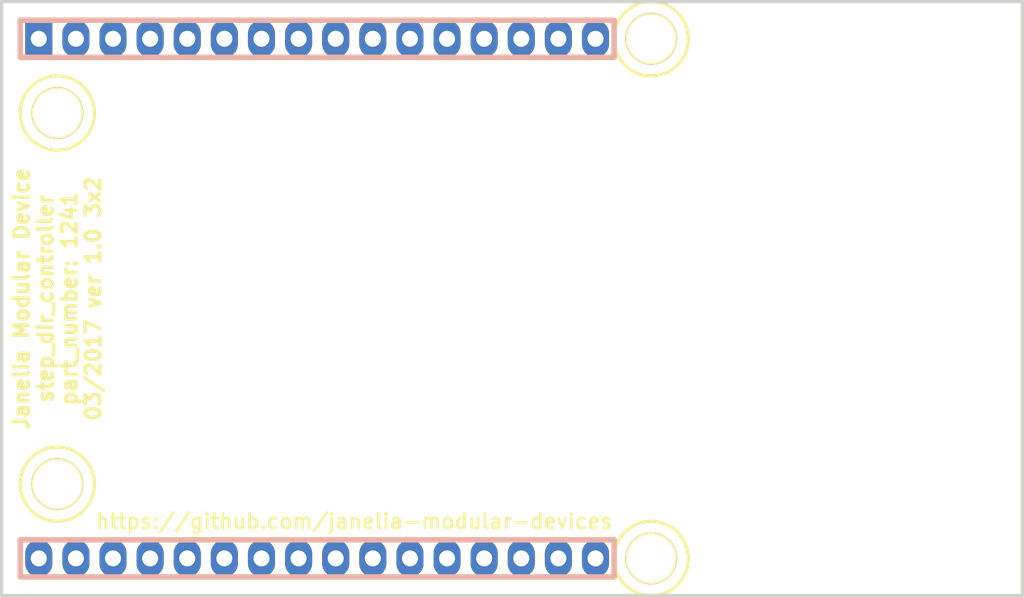
<source format=kicad_pcb>
(kicad_pcb (version 20170123) (host pcbnew no-vcs-found-0f0cb64~58~ubuntu16.04.1)

  (general
    (links 0)
    (no_connects 0)
    (area 85.356699 68.211699 155.943301 109.588301)
    (thickness 1.6)
    (drawings 6)
    (tracks 0)
    (zones 0)
    (modules 1)
    (nets 1)
  )

  (page A4)
  (title_block
    (title step_dir_controller_3x2)
    (rev 1.0)
  )

  (layers
    (0 F.Cu signal)
    (31 B.Cu signal)
    (32 B.Adhes user)
    (33 F.Adhes user)
    (34 B.Paste user)
    (35 F.Paste user)
    (36 B.SilkS user)
    (37 F.SilkS user)
    (38 B.Mask user)
    (39 F.Mask user)
    (40 Dwgs.User user hide)
    (41 Cmts.User user)
    (42 Eco1.User user)
    (43 Eco2.User user)
    (44 Edge.Cuts user)
    (45 Margin user)
    (46 B.CrtYd user)
    (47 F.CrtYd user)
    (48 B.Fab user)
    (49 F.Fab user hide)
  )

  (setup
    (last_trace_width 0.254)
    (trace_clearance 0.0254)
    (zone_clearance 0.2032)
    (zone_45_only no)
    (trace_min 0.254)
    (segment_width 0.2286)
    (edge_width 0.2286)
    (via_size 0.889)
    (via_drill 0.635)
    (via_min_size 0.889)
    (via_min_drill 0.508)
    (uvia_size 0.508)
    (uvia_drill 0.127)
    (uvias_allowed no)
    (uvia_min_size 0.508)
    (uvia_min_drill 0.127)
    (pcb_text_width 0.3)
    (pcb_text_size 1.5 1.5)
    (mod_edge_width 0.381)
    (mod_text_size 1 1)
    (mod_text_width 0.15)
    (pad_size 1.016 4.4958)
    (pad_drill 0)
    (pad_to_mask_clearance 0)
    (aux_axis_origin 0 0)
    (visible_elements FFFFF77F)
    (pcbplotparams
      (layerselection 0x000f0_ffffffff)
      (usegerberextensions true)
      (excludeedgelayer false)
      (linewidth 0.100000)
      (plotframeref false)
      (viasonmask false)
      (mode 1)
      (useauxorigin false)
      (hpglpennumber 1)
      (hpglpenspeed 20)
      (hpglpendiameter 15)
      (psnegative false)
      (psa4output false)
      (plotreference true)
      (plotvalue true)
      (plotinvisibletext false)
      (padsonsilk false)
      (subtractmaskfromsilk true)
      (outputformat 1)
      (mirror false)
      (drillshape 0)
      (scaleselection 1)
      (outputdirectory gerbers/))
  )

  (net 0 "")

  (net_class Default "This is the default net class."
    (clearance 0.0254)
    (trace_width 0.254)
    (via_dia 0.889)
    (via_drill 0.635)
    (uvia_dia 0.508)
    (uvia_drill 0.127)
    (diff_pair_gap 0.254)
    (diff_pair_width 0.254)
  )

  (net_class GND ""
    (clearance 0.1016)
    (trace_width 0.4064)
    (via_dia 0.889)
    (via_drill 0.635)
    (uvia_dia 0.508)
    (uvia_drill 0.127)
    (diff_pair_gap 0.254)
    (diff_pair_width 0.254)
  )

  (net_class LEDPOWER ""
    (clearance 0.254)
    (trace_width 0.6096)
    (via_dia 0.889)
    (via_drill 0.635)
    (uvia_dia 0.508)
    (uvia_drill 0.127)
    (diff_pair_gap 0.254)
    (diff_pair_width 0.254)
  )

  (net_class POWER ""
    (clearance 0.254)
    (trace_width 0.8128)
    (via_dia 0.889)
    (via_drill 0.635)
    (uvia_dia 0.508)
    (uvia_drill 0.127)
    (diff_pair_gap 0.254)
    (diff_pair_width 0.254)
  )

  (net_class SIGNAL ""
    (clearance 0.1016)
    (trace_width 0.4064)
    (via_dia 0.889)
    (via_drill 0.635)
    (uvia_dia 0.508)
    (uvia_drill 0.127)
    (diff_pair_gap 0.254)
    (diff_pair_width 0.254)
  )

  (net_class SUPERPOWER ""
    (clearance 0.254)
    (trace_width 1.2192)
    (via_dia 0.889)
    (via_drill 0.635)
    (uvia_dia 0.508)
    (uvia_drill 0.127)
    (diff_pair_gap 0.254)
    (diff_pair_width 0.254)
  )

  (module step_dir_controller_3x2:MODULAR_DEVICE_BASE_3X2_MALE (layer F.Cu) (tedit 5894A56C) (tstamp 589B69A7)
    (at 107.315 88.9)
    (path /589B6745)
    (fp_text reference MDB1 (at 0 0) (layer F.SilkS) hide
      (effects (font (size 1.016 1.016) (thickness 0.254)))
    )
    (fp_text value MODULAR_DEVICE_BASE_3X2_MALE (at 0 2.54) (layer F.SilkS) hide
      (effects (font (thickness 0.3048)))
    )
    (fp_circle (center -17.78 -12.7) (end -15.24 -12.7) (layer F.SilkS) (width 0.2286))
    (fp_circle (center -17.78 12.7) (end -15.24 12.7) (layer F.SilkS) (width 0.2286))
    (fp_circle (center 22.86 17.78) (end 25.4 17.78) (layer F.SilkS) (width 0.2286))
    (fp_circle (center 22.86 -17.78) (end 25.4 -17.78) (layer F.SilkS) (width 0.2286))
    (fp_line (start -20.32 16.51) (end -20.32 19.05) (layer B.SilkS) (width 0.381))
    (fp_line (start -20.32 19.05) (end 20.32 19.05) (layer B.SilkS) (width 0.381))
    (fp_line (start 20.32 19.05) (end 20.32 16.51) (layer B.SilkS) (width 0.381))
    (fp_line (start 20.32 16.51) (end -20.32 16.51) (layer B.SilkS) (width 0.381))
    (fp_line (start -20.32 -19.05) (end -20.32 -16.51) (layer B.SilkS) (width 0.381))
    (fp_line (start -20.32 -16.51) (end 20.32 -16.51) (layer B.SilkS) (width 0.381))
    (fp_line (start 20.32 -16.51) (end 20.32 -19.05) (layer B.SilkS) (width 0.381))
    (fp_line (start 20.32 -19.05) (end -20.32 -19.05) (layer B.SilkS) (width 0.381))
    (fp_line (start -21.59 -20.32) (end -21.59 20.32) (layer F.Fab) (width 0.2286))
    (fp_line (start -21.59 20.32) (end 48.26 20.32) (layer F.Fab) (width 0.2286))
    (fp_line (start 48.26 20.32) (end 48.26 -20.32) (layer F.Fab) (width 0.2286))
    (fp_line (start 48.26 -20.32) (end -21.59 -20.32) (layer F.Fab) (width 0.2286))
    (pad GND thru_hole oval (at -16.51 -17.78) (size 1.8542 2.54) (drill 1.0922) (layers *.Cu *.Mask))
    (pad 24 thru_hole oval (at -13.97 -17.78) (size 1.8542 2.54) (drill 1.0922) (layers *.Cu *.Mask))
    (pad VDD thru_hole rect (at -19.05 -17.78) (size 1.8542 2.54) (drill 1.0922) (layers *.Cu *.Mask))
    (pad 25 thru_hole oval (at -11.43 -17.78) (size 1.8542 2.54) (drill 1.0922) (layers *.Cu *.Mask))
    (pad 2 thru_hole oval (at -8.89 -17.78) (size 1.8542 2.54) (drill 1.0922) (layers *.Cu *.Mask))
    (pad 3 thru_hole oval (at -6.35 -17.78) (size 1.8542 2.54) (drill 1.0922) (layers *.Cu *.Mask))
    (pad 4 thru_hole oval (at -3.81 -17.78) (size 1.8542 2.54) (drill 1.0922) (layers *.Cu *.Mask))
    (pad 5 thru_hole oval (at -1.27 -17.78) (size 1.8542 2.54) (drill 1.0922) (layers *.Cu *.Mask))
    (pad 6 thru_hole oval (at 1.27 -17.78) (size 1.8542 2.54) (drill 1.0922) (layers *.Cu *.Mask))
    (pad 30 thru_hole oval (at 3.81 -17.78) (size 1.8542 2.54) (drill 1.0922) (layers *.Cu *.Mask))
    (pad 29 thru_hole oval (at 6.35 -17.78) (size 1.8542 2.54) (drill 1.0922) (layers *.Cu *.Mask))
    (pad 9 thru_hole oval (at 8.89 -17.78) (size 1.8542 2.54) (drill 1.0922) (layers *.Cu *.Mask))
    (pad 10 thru_hole oval (at 11.43 -17.78) (size 1.8542 2.54) (drill 1.0922) (layers *.Cu *.Mask))
    (pad 11 thru_hole oval (at 13.97 -17.78) (size 1.8542 2.54) (drill 1.0922) (layers *.Cu *.Mask))
    (pad 12 thru_hole oval (at 16.51 -17.78) (size 1.8542 2.54) (drill 1.0922) (layers *.Cu *.Mask))
    (pad 28 thru_hole oval (at 19.05 -17.78) (size 1.8542 2.54) (drill 1.0922) (layers *.Cu *.Mask))
    (pad DAC thru_hole oval (at 19.05 17.78) (size 1.8542 2.54) (drill 1.0922) (layers *.Cu *.Mask))
    (pad 13 thru_hole oval (at 16.51 17.78) (size 1.8542 2.54) (drill 1.0922) (layers *.Cu *.Mask))
    (pad 14 thru_hole oval (at 13.97 17.78) (size 1.8542 2.54) (drill 1.0922) (layers *.Cu *.Mask))
    (pad 15 thru_hole oval (at 11.43 17.78) (size 1.8542 2.54) (drill 1.0922) (layers *.Cu *.Mask))
    (pad 16 thru_hole oval (at 8.89 17.78) (size 1.8542 2.54) (drill 1.0922) (layers *.Cu *.Mask))
    (pad 17 thru_hole oval (at 6.35 17.78) (size 1.8542 2.54) (drill 1.0922) (layers *.Cu *.Mask))
    (pad 18 thru_hole oval (at 3.81 17.78) (size 1.8542 2.54) (drill 1.0922) (layers *.Cu *.Mask))
    (pad 19 thru_hole oval (at 1.27 17.78) (size 1.8542 2.54) (drill 1.0922) (layers *.Cu *.Mask))
    (pad 20 thru_hole oval (at -1.27 17.78) (size 1.8542 2.54) (drill 1.0922) (layers *.Cu *.Mask))
    (pad 21 thru_hole oval (at -3.81 17.78) (size 1.8542 2.54) (drill 1.0922) (layers *.Cu *.Mask))
    (pad 22 thru_hole oval (at -6.35 17.78) (size 1.8542 2.54) (drill 1.0922) (layers *.Cu *.Mask))
    (pad 23 thru_hole oval (at -8.89 17.78) (size 1.8542 2.54) (drill 1.0922) (layers *.Cu *.Mask))
    (pad 3V3 thru_hole oval (at -11.43 17.78) (size 1.8542 2.54) (drill 1.0922) (layers *.Cu *.Mask))
    (pad AGND thru_hole oval (at -13.97 17.78) (size 1.8542 2.54) (drill 1.0922) (layers *.Cu *.Mask))
    (pad VEE thru_hole oval (at -16.51 17.78) (size 1.8542 2.54) (drill 1.0922) (layers *.Cu *.Mask))
    (pad AREF thru_hole oval (at -19.05 17.78) (size 1.8542 2.54) (drill 1.0922) (layers *.Cu *.Mask))
    (pad "" thru_hole circle (at -17.78 -12.7) (size 3.556 3.556) (drill 3.302) (layers *.Cu *.Mask F.SilkS))
    (pad "" thru_hole circle (at -17.78 12.7) (size 3.556 3.556) (drill 3.302) (layers *.Cu *.Mask F.SilkS))
    (pad "" thru_hole circle (at 22.86 17.78) (size 3.556 3.556) (drill 3.302) (layers *.Cu *.Mask F.SilkS))
    (pad "" thru_hole circle (at 22.86 -17.78) (size 3.556 3.556) (drill 3.302) (layers *.Cu *.Mask F.SilkS))
  )

  (gr_line (start 155.575 68.58) (end 85.725 68.58) (angle 90) (layer Edge.Cuts) (width 0.2286))
  (gr_line (start 155.575 109.22) (end 155.575 68.58) (angle 90) (layer Edge.Cuts) (width 0.2286))
  (gr_line (start 85.725 109.22) (end 155.575 109.22) (angle 90) (layer Edge.Cuts) (width 0.2286))
  (gr_line (start 85.725 68.58) (end 85.725 109.22) (angle 90) (layer Edge.Cuts) (width 0.2286))
  (gr_text https://github.com/janelia-modular-devices (at 109.855 104.14) (layer F.SilkS)
    (effects (font (size 1.016 1.016) (thickness 0.1905)))
  )
  (gr_text "Janelia Modular Device\nstep_dir_controller\npart_number: 1241\n03/2017 ver 1.0 3x2" (at 89.535 88.9 90) (layer F.SilkS)
    (effects (font (size 1.016 1.016) (thickness 0.254)))
  )

)

</source>
